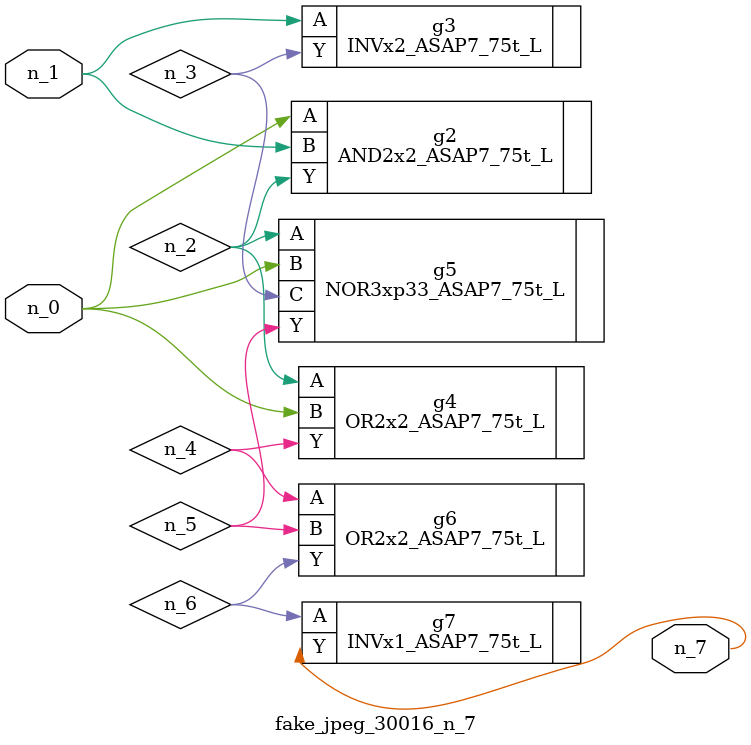
<source format=v>
module fake_jpeg_30016_n_7 (n_0, n_1, n_7);

input n_0;
input n_1;

output n_7;

wire n_2;
wire n_3;
wire n_4;
wire n_6;
wire n_5;

AND2x2_ASAP7_75t_L g2 ( 
.A(n_0),
.B(n_1),
.Y(n_2)
);

INVx2_ASAP7_75t_L g3 ( 
.A(n_1),
.Y(n_3)
);

OR2x2_ASAP7_75t_L g4 ( 
.A(n_2),
.B(n_0),
.Y(n_4)
);

OR2x2_ASAP7_75t_L g6 ( 
.A(n_4),
.B(n_5),
.Y(n_6)
);

NOR3xp33_ASAP7_75t_L g5 ( 
.A(n_2),
.B(n_0),
.C(n_3),
.Y(n_5)
);

INVx1_ASAP7_75t_L g7 ( 
.A(n_6),
.Y(n_7)
);


endmodule
</source>
